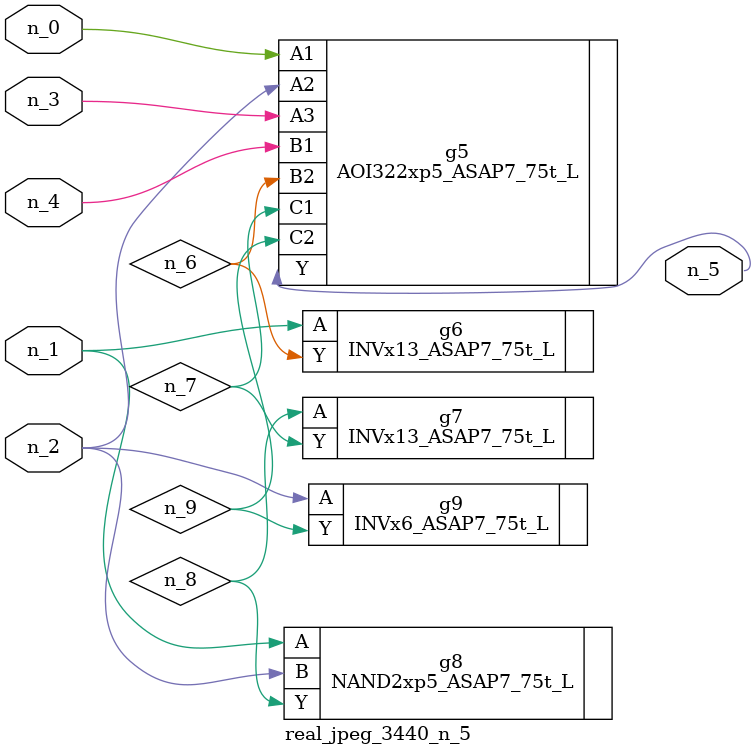
<source format=v>
module real_jpeg_3440_n_5 (n_4, n_0, n_1, n_2, n_3, n_5);

input n_4;
input n_0;
input n_1;
input n_2;
input n_3;

output n_5;

wire n_8;
wire n_6;
wire n_7;
wire n_9;

AOI322xp5_ASAP7_75t_L g5 ( 
.A1(n_0),
.A2(n_2),
.A3(n_3),
.B1(n_4),
.B2(n_6),
.C1(n_7),
.C2(n_9),
.Y(n_5)
);

INVx13_ASAP7_75t_L g6 ( 
.A(n_1),
.Y(n_6)
);

NAND2xp5_ASAP7_75t_L g8 ( 
.A(n_1),
.B(n_2),
.Y(n_8)
);

INVx6_ASAP7_75t_L g9 ( 
.A(n_2),
.Y(n_9)
);

INVx13_ASAP7_75t_L g7 ( 
.A(n_8),
.Y(n_7)
);


endmodule
</source>
